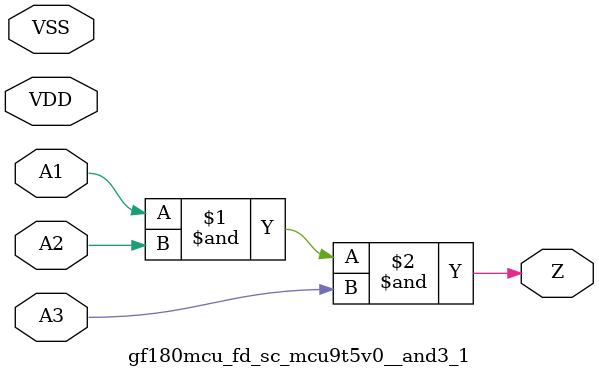
<source format=v>

module gf180mcu_fd_sc_mcu9t5v0__and3_1( A1, A3, A2, Z, VDD, VSS );
input A1, A2, A3;
inout VDD, VSS;
output Z;

	and MGM_BG_0( Z, A1, A2, A3 );

endmodule

</source>
